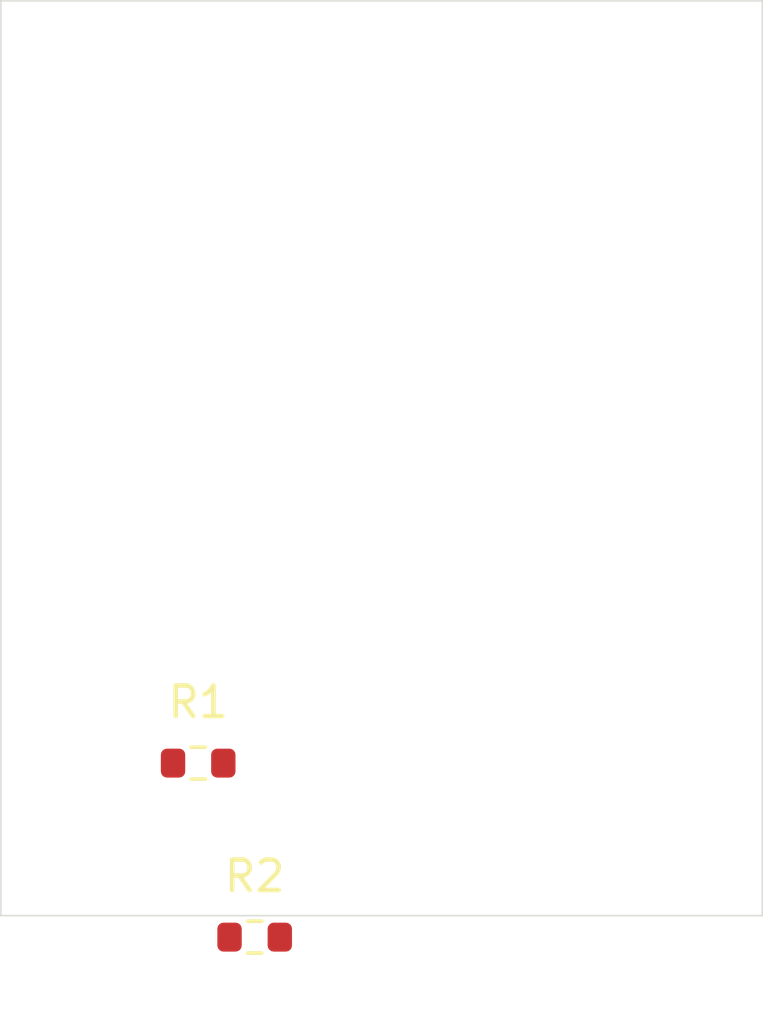
<source format=kicad_pcb>
(kicad_pcb (version 20241229) (generator "pcbnew") (generator_version "9.0")
  (layers (0 "F.Cu" signal) (2 "B.Cu" signal) (13 "F.Paste" user) (15 "B.Paste" user) (5 "F.SilkS" user "F.Silkscreen") (7 "B.SilkS" user "B.Silkscreen") (1 "F.Mask" user) (3 "B.Mask" user) (25 "Edge.Cuts" user))
  (net 0 "")
  (net 1 "GND")
  (net 2 "MID")
  (net 3 "VCC")
  (footprint "Resistor_SMD:R_0603_1608Metric" (layer "F.Cu") (at 6.479999999999997 25.0)
    (property "Reference" "R1" (at 0 -2 0) (layer "F.SilkS") (effects (font (size 1.0 1.0))))
    (property "Value" "1k")
    (fp_line (start -0.237258 -0.5225) (end 0.237258 -0.5225) (stroke (width 0.12)) (layer "F.SilkS"))
    (fp_line (start -0.237258 0.5225) (end 0.237258 0.5225) (stroke (width 0.12)) (layer "F.SilkS"))
    (pad "1" smd roundrect (at -0.825 0.0) (size 0.8 0.95) (layers "F.Cu" "F.Mask" "F.Paste") (net 3 "VCC"))
    (pad "2" smd roundrect (at 0.825 0.0) (size 0.8 0.95) (layers "F.Cu" "F.Mask" "F.Paste") (net 2 "MID"))
  )
  (footprint "Resistor_SMD:R_0603_1608Metric" (layer "F.Cu") (at 8.334101966249682 30.706339097770922)
    (property "Reference" "R2" (at 0 -2 0) (layer "F.SilkS") (effects (font (size 1.0 1.0))))
    (property "Value" "2k")
    (fp_line (start -0.237258 -0.5225) (end 0.237258 -0.5225) (stroke (width 0.12)) (layer "F.SilkS"))
    (fp_line (start -0.237258 0.5225) (end 0.237258 0.5225) (stroke (width 0.12)) (layer "F.SilkS"))
    (pad "1" smd roundrect (at -0.825 0.0) (size 0.8 0.95) (layers "F.Cu" "F.Mask" "F.Paste") (net 2 "MID"))
    (pad "2" smd roundrect (at 0.825 0.0) (size 0.8 0.95) (layers "F.Cu" "F.Mask" "F.Paste") (net 1 "GND"))
  )
  (gr_rect (start 0 0) (end 25.0 30.0) (stroke (width 0.05)) (fill no) (layer "Edge.Cuts"))
)
</source>
